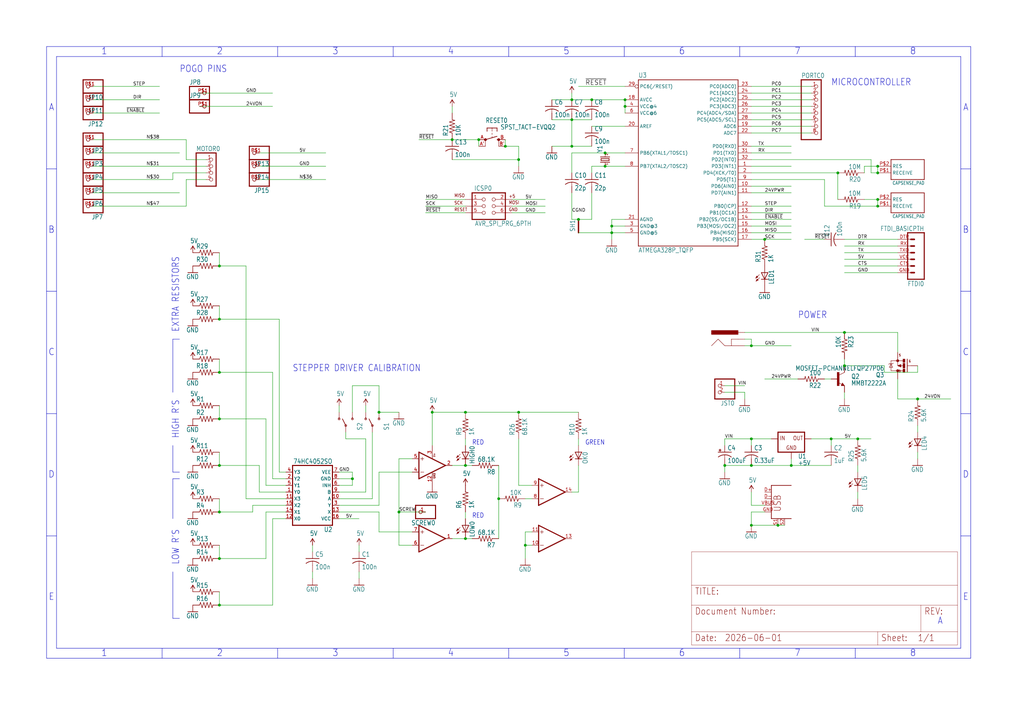
<source format=kicad_sch>
(kicad_sch (version 20230121) (generator eeschema)
  (paper "User" 391.16 271.932)
  (junction (at 83.82 121.92))
  (junction (at 335.28 76.2))
  (junction (at 233.68 88.9))
  (junction (at 335.28 63.5))
  (junction (at 152.4 195.58))
  (junction (at 200.66 208.28))
  (junction (at 322.58 127))
  (junction (at 238.76 38.1))
  (junction (at 292.1 91.44))
  (junction (at 218.44 55.88))
  (junction (at 83.82 177.8))
  (junction (at 276.86 177.8))
  (junction (at 83.82 160.02))
  (junction (at 177.8 157.48))
  (junction (at 335.28 66.04))
  (junction (at 165.1 157.48))
  (junction (at 350.52 152.4))
  (junction (at 231.14 58.42))
  (junction (at 226.06 38.1))
  (junction (at 327.66 167.64))
  (junction (at 83.82 142.24))
  (junction (at 287.02 167.64))
  (junction (at 320.04 66.04))
  (junction (at 287.02 132.08))
  (junction (at 287.02 177.8))
  (junction (at 198.12 157.48))
  (junction (at 238.76 40.64))
  (junction (at 144.78 157.48))
  (junction (at 233.68 86.36))
  (junction (at 218.44 45.72))
  (junction (at 83.82 195.58))
  (junction (at 297.18 200.66))
  (junction (at 177.8 205.74))
  (junction (at 198.12 60.96))
  (junction (at 190.5 190.5))
  (junction (at 83.82 231.14))
  (junction (at 83.82 101.6))
  (junction (at 193.04 55.88))
  (junction (at 335.28 78.74))
  (junction (at 182.88 53.34))
  (junction (at 322.58 139.7))
  (junction (at 134.62 182.88))
  (junction (at 317.5 167.64))
  (junction (at 220.98 83.82))
  (junction (at 177.8 177.8))
  (junction (at 287.02 200.66))
  (junction (at 172.72 53.34))
  (junction (at 218.44 38.1))
  (junction (at 231.14 63.5))
  (junction (at 83.82 213.36))
  (junction (at 302.26 177.8))
  (wire (pts (xy 195.58 78.74) (xy 208.28 78.74)) (stroke (width 0.1524)))
  (wire (pts (xy 83.82 96.52) (xy 83.82 101.6)) (stroke (width 0.1524)))
  (wire (pts (xy 83.82 231.14) (xy 104.14 231.14)) (stroke (width 0.1524)))
  (wire (pts (xy 203.2 203.2) (xy 200.66 203.2)) (stroke (width 0.1524)))
  (wire (pts (xy 287.02 45.72) (xy 309.88 45.72)) (stroke (width 0.1524)))
  (wire (pts (xy 220.98 83.82) (xy 226.06 83.82)) (stroke (width 0.1524)))
  (wire (pts (xy 238.76 88.9) (xy 233.68 88.9)) (stroke (width 0.1524)))
  (wire (pts (xy 276.86 147.32) (xy 284.48 147.32)) (stroke (width 0.1524)))
  (wire (pts (xy 218.44 35.56) (xy 218.44 38.1)) (stroke (width 0.1524)))
  (wire (pts (xy 119.38 208.28) (xy 119.38 210.82)) (stroke (width 0.1524)))
  (wire (pts (xy 287.02 83.82) (xy 302.26 83.82)) (stroke (width 0.1524)))
  (wire (pts (xy 35.56 63.5) (xy 78.74 63.5)) (stroke (width 0.1524)))
  (wire (pts (xy 129.54 157.48) (xy 129.54 154.94)) (stroke (width 0.1524)))
  (wire (pts (xy 287.02 177.8) (xy 276.86 177.8)) (stroke (width 0.1524)))
  (wire (pts (xy 139.7 157.48) (xy 139.7 154.94)) (stroke (width 0.1524)))
  (wire (pts (xy 226.06 45.72) (xy 218.44 45.72)) (stroke (width 0.1524)))
  (wire (pts (xy 287.02 78.74) (xy 302.26 78.74)) (stroke (width 0.1524)))
  (wire (pts (xy 238.76 38.1) (xy 226.06 38.1)) (stroke (width 0.1524)))
  (wire (pts (xy 287.02 132.08) (xy 302.26 132.08)) (stroke (width 0.1524)))
  (wire (pts (xy 172.72 53.34) (xy 160.02 53.34)) (stroke (width 0.1524)))
  (wire (pts (xy 287.02 58.42) (xy 302.26 58.42)) (stroke (width 0.1524)))
  (wire (pts (xy 83.82 208.28) (xy 83.82 213.36)) (stroke (width 0.1524)))
  (wire (pts (xy 238.76 86.36) (xy 233.68 86.36)) (stroke (width 0.1524)))
  (wire (pts (xy 71.12 68.58) (xy 78.74 68.58)) (stroke (width 0.1524)))
  (wire (pts (xy 203.2 208.28) (xy 200.66 208.28)) (stroke (width 0.1524)))
  (wire (pts (xy 177.8 205.74) (xy 180.34 205.74)) (stroke (width 0.1524)))
  (wire (pts (xy 287.02 63.5) (xy 302.26 63.5)) (stroke (width 0.1524)))
  (wire (pts (xy 342.9 104.14) (xy 322.58 104.14)) (stroke (width 0.1524)))
  (wire (pts (xy 287.02 66.04) (xy 320.04 66.04)) (stroke (width 0.1524)))
  (wire (pts (xy 342.9 101.6) (xy 322.58 101.6)) (stroke (width 0.1524)))
  (wire (pts (xy 342.9 152.4) (xy 350.52 152.4)) (stroke (width 0.1524)))
  (wire (pts (xy 276.86 177.8) (xy 276.86 180.34)) (stroke (width 0.1524)))
  (wire (pts (xy 287.02 86.36) (xy 302.26 86.36)) (stroke (width 0.1524)))
  (wire (pts (xy 226.06 38.1) (xy 218.44 38.1)) (stroke (width 0.1524)))
  (wire (pts (xy 342.9 93.98) (xy 322.58 93.98)) (stroke (width 0.1524)))
  (wire (pts (xy 101.6 160.02) (xy 101.6 185.42)) (stroke (width 0.1524)))
  (wire (pts (xy 198.12 167.64) (xy 198.12 185.42)) (stroke (width 0.1524)))
  (polyline (pts (xy 66.04 236.22) (xy 68.58 236.22)) (stroke (width 0.1524) (type solid)))
  (wire (pts (xy 76.2 35.56) (xy 104.14 35.56)) (stroke (width 0.1524)))
  (wire (pts (xy 71.12 53.34) (xy 35.56 53.34)) (stroke (width 0.1524)))
  (wire (pts (xy 119.38 220.98) (xy 119.38 218.44)) (stroke (width 0.1524)))
  (wire (pts (xy 287.02 38.1) (xy 309.88 38.1)) (stroke (width 0.1524)))
  (wire (pts (xy 144.78 157.48) (xy 152.4 157.48)) (stroke (width 0.1524)))
  (wire (pts (xy 144.78 195.58) (xy 144.78 203.2)) (stroke (width 0.1524)))
  (wire (pts (xy 287.02 167.64) (xy 294.64 167.64)) (stroke (width 0.1524)))
  (wire (pts (xy 193.04 55.88) (xy 198.12 55.88)) (stroke (width 0.1524)))
  (wire (pts (xy 66.04 68.58) (xy 35.56 68.58)) (stroke (width 0.1524)))
  (wire (pts (xy 104.14 198.12) (xy 109.22 198.12)) (stroke (width 0.1524)))
  (wire (pts (xy 218.44 83.82) (xy 220.98 83.82)) (stroke (width 0.1524)))
  (wire (pts (xy 302.26 175.26) (xy 302.26 177.8)) (stroke (width 0.1524)))
  (polyline (pts (xy 66.04 129.54) (xy 68.58 129.54)) (stroke (width 0.1524) (type solid)))
  (wire (pts (xy 190.5 177.8) (xy 190.5 190.5)) (stroke (width 0.1524)))
  (wire (pts (xy 200.66 203.2) (xy 200.66 208.28)) (stroke (width 0.1524)))
  (wire (pts (xy 335.28 78.74) (xy 314.96 78.74)) (stroke (width 0.1524)))
  (wire (pts (xy 193.04 53.34) (xy 193.04 55.88)) (stroke (width 0.1524)))
  (wire (pts (xy 320.04 76.2) (xy 320.04 66.04)) (stroke (width 0.1524)))
  (wire (pts (xy 330.2 76.2) (xy 335.28 76.2)) (stroke (width 0.1524)))
  (wire (pts (xy 144.78 157.48) (xy 144.78 147.32)) (stroke (width 0.1524)))
  (wire (pts (xy 198.12 157.48) (xy 220.98 157.48)) (stroke (width 0.1524)))
  (wire (pts (xy 332.74 66.04) (xy 335.28 66.04)) (stroke (width 0.1524)))
  (wire (pts (xy 287.02 81.28) (xy 302.26 81.28)) (stroke (width 0.1524)))
  (wire (pts (xy 93.98 190.5) (xy 93.98 101.6)) (stroke (width 0.1524)))
  (wire (pts (xy 335.28 76.2) (xy 335.28 78.74)) (stroke (width 0.1524)))
  (wire (pts (xy 287.02 193.04) (xy 287.02 187.96)) (stroke (width 0.1524)))
  (wire (pts (xy 233.68 88.9) (xy 233.68 91.44)) (stroke (width 0.1524)))
  (wire (pts (xy 35.56 33.02) (xy 60.96 33.02)) (stroke (width 0.1524)))
  (wire (pts (xy 99.06 63.5) (xy 124.46 63.5)) (stroke (width 0.1524)))
  (wire (pts (xy 139.7 167.64) (xy 132.08 167.64)) (stroke (width 0.1524)))
  (wire (pts (xy 238.76 48.26) (xy 226.06 48.26)) (stroke (width 0.1524)))
  (wire (pts (xy 101.6 195.58) (xy 109.22 195.58)) (stroke (width 0.1524)))
  (wire (pts (xy 198.12 60.96) (xy 198.12 63.5)) (stroke (width 0.1524)))
  (wire (pts (xy 101.6 213.36) (xy 101.6 195.58)) (stroke (width 0.1524)))
  (wire (pts (xy 190.5 190.5) (xy 190.5 205.74)) (stroke (width 0.1524)))
  (wire (pts (xy 350.52 142.24) (xy 350.52 139.7)) (stroke (width 0.1524)))
  (wire (pts (xy 177.8 81.28) (xy 162.56 81.28)) (stroke (width 0.1524)))
  (wire (pts (xy 287.02 88.9) (xy 302.26 88.9)) (stroke (width 0.1524)))
  (wire (pts (xy 297.18 200.66) (xy 287.02 200.66)) (stroke (width 0.1524)))
  (wire (pts (xy 342.9 91.44) (xy 322.58 91.44)) (stroke (width 0.1524)))
  (wire (pts (xy 238.76 40.64) (xy 238.76 38.1)) (stroke (width 0.1524)))
  (wire (pts (xy 83.82 177.8) (xy 99.06 177.8)) (stroke (width 0.1524)))
  (wire (pts (xy 137.16 208.28) (xy 137.16 210.82)) (stroke (width 0.1524)))
  (wire (pts (xy 152.4 175.26) (xy 157.48 175.26)) (stroke (width 0.1524)))
  (wire (pts (xy 165.1 157.48) (xy 165.1 170.18)) (stroke (width 0.1524)))
  (wire (pts (xy 144.78 203.2) (xy 157.48 203.2)) (stroke (width 0.1524)))
  (polyline (pts (xy 66.04 218.44) (xy 66.04 236.22)) (stroke (width 0.1524) (type solid)))
  (wire (pts (xy 287.02 48.26) (xy 309.88 48.26)) (stroke (width 0.1524)))
  (wire (pts (xy 106.68 121.92) (xy 106.68 180.34)) (stroke (width 0.1524)))
  (wire (pts (xy 177.8 198.12) (xy 177.8 195.58)) (stroke (width 0.1524)))
  (wire (pts (xy 226.06 73.66) (xy 226.06 83.82)) (stroke (width 0.1524)))
  (wire (pts (xy 83.82 172.72) (xy 83.82 177.8)) (stroke (width 0.1524)))
  (wire (pts (xy 322.58 137.16) (xy 322.58 139.7)) (stroke (width 0.1524)))
  (wire (pts (xy 144.78 147.32) (xy 134.62 147.32)) (stroke (width 0.1524)))
  (wire (pts (xy 218.44 73.66) (xy 218.44 83.82)) (stroke (width 0.1524)))
  (wire (pts (xy 96.52 193.04) (xy 109.22 193.04)) (stroke (width 0.1524)))
  (wire (pts (xy 76.2 40.64) (xy 104.14 40.64)) (stroke (width 0.1524)))
  (wire (pts (xy 83.82 101.6) (xy 93.98 101.6)) (stroke (width 0.1524)))
  (polyline (pts (xy 66.04 180.34) (xy 68.58 180.34)) (stroke (width 0.1524) (type solid)))
  (wire (pts (xy 144.78 193.04) (xy 144.78 180.34)) (stroke (width 0.1524)))
  (wire (pts (xy 83.82 154.94) (xy 83.82 160.02)) (stroke (width 0.1524)))
  (wire (pts (xy 342.9 134.62) (xy 342.9 127)) (stroke (width 0.1524)))
  (wire (pts (xy 337.82 139.7) (xy 337.82 142.24)) (stroke (width 0.1524)))
  (wire (pts (xy 330.2 63.5) (xy 335.28 63.5)) (stroke (width 0.1524)))
  (wire (pts (xy 83.82 160.02) (xy 101.6 160.02)) (stroke (width 0.1524)))
  (wire (pts (xy 134.62 180.34) (xy 129.54 180.34)) (stroke (width 0.1524)))
  (wire (pts (xy 142.24 165.1) (xy 142.24 190.5)) (stroke (width 0.1524)))
  (polyline (pts (xy 66.04 182.88) (xy 68.58 182.88)) (stroke (width 0.1524) (type solid)))
  (wire (pts (xy 83.82 116.84) (xy 83.82 121.92)) (stroke (width 0.1524)))
  (wire (pts (xy 350.52 152.4) (xy 363.22 152.4)) (stroke (width 0.1524)))
  (wire (pts (xy 83.82 213.36) (xy 101.6 213.36)) (stroke (width 0.1524)))
  (wire (pts (xy 35.56 73.66) (xy 68.58 73.66)) (stroke (width 0.1524)))
  (wire (pts (xy 287.02 170.18) (xy 287.02 167.64)) (stroke (width 0.1524)))
  (wire (pts (xy 314.96 91.44) (xy 307.34 91.44)) (stroke (width 0.1524)))
  (wire (pts (xy 152.4 195.58) (xy 152.4 175.26)) (stroke (width 0.1524)))
  (wire (pts (xy 198.12 185.42) (xy 203.2 185.42)) (stroke (width 0.1524)))
  (wire (pts (xy 287.02 73.66) (xy 302.26 73.66)) (stroke (width 0.1524)))
  (wire (pts (xy 335.28 63.5) (xy 335.28 66.04)) (stroke (width 0.1524)))
  (wire (pts (xy 287.02 91.44) (xy 292.1 91.44)) (stroke (width 0.1524)))
  (wire (pts (xy 71.12 68.58) (xy 71.12 78.74)) (stroke (width 0.1524)))
  (wire (pts (xy 177.8 76.2) (xy 162.56 76.2)) (stroke (width 0.1524)))
  (wire (pts (xy 152.4 195.58) (xy 162.56 195.58)) (stroke (width 0.1524)))
  (wire (pts (xy 327.66 167.64) (xy 332.74 167.64)) (stroke (width 0.1524)))
  (wire (pts (xy 287.02 195.58) (xy 287.02 200.66)) (stroke (width 0.1524)))
  (wire (pts (xy 292.1 193.04) (xy 287.02 193.04)) (stroke (width 0.1524)))
  (wire (pts (xy 83.82 137.16) (xy 83.82 142.24)) (stroke (width 0.1524)))
  (wire (pts (xy 177.8 170.18) (xy 177.8 167.64)) (stroke (width 0.1524)))
  (wire (pts (xy 172.72 40.64) (xy 172.72 43.18)) (stroke (width 0.1524)))
  (wire (pts (xy 287.02 43.18) (xy 309.88 43.18)) (stroke (width 0.1524)))
  (wire (pts (xy 134.62 182.88) (xy 134.62 180.34)) (stroke (width 0.1524)))
  (wire (pts (xy 287.02 40.64) (xy 309.88 40.64)) (stroke (width 0.1524)))
  (wire (pts (xy 287.02 50.8) (xy 309.88 50.8)) (stroke (width 0.1524)))
  (wire (pts (xy 284.48 149.86) (xy 284.48 152.4)) (stroke (width 0.1524)))
  (wire (pts (xy 302.26 177.8) (xy 287.02 177.8)) (stroke (width 0.1524)))
  (wire (pts (xy 182.88 53.34) (xy 182.88 55.88)) (stroke (width 0.1524)))
  (wire (pts (xy 172.72 53.34) (xy 182.88 53.34)) (stroke (width 0.1524)))
  (wire (pts (xy 71.12 60.96) (xy 71.12 53.34)) (stroke (width 0.1524)))
  (wire (pts (xy 203.2 190.5) (xy 200.66 190.5)) (stroke (width 0.1524)))
  (polyline (pts (xy 66.04 170.18) (xy 66.04 180.34)) (stroke (width 0.1524) (type solid)))
  (wire (pts (xy 327.66 190.5) (xy 327.66 187.96)) (stroke (width 0.1524)))
  (wire (pts (xy 231.14 63.5) (xy 238.76 63.5)) (stroke (width 0.1524)))
  (wire (pts (xy 317.5 177.8) (xy 302.26 177.8)) (stroke (width 0.1524)))
  (wire (pts (xy 317.5 167.64) (xy 327.66 167.64)) (stroke (width 0.1524)))
  (polyline (pts (xy 66.04 198.12) (xy 66.04 182.88)) (stroke (width 0.1524) (type solid)))
  (wire (pts (xy 195.58 81.28) (xy 208.28 81.28)) (stroke (width 0.1524)))
  (wire (pts (xy 231.14 58.42) (xy 238.76 58.42)) (stroke (width 0.1524)))
  (wire (pts (xy 327.66 180.34) (xy 327.66 177.8)) (stroke (width 0.1524)))
  (wire (pts (xy 276.86 149.86) (xy 284.48 149.86)) (stroke (width 0.1524)))
  (wire (pts (xy 134.62 185.42) (xy 134.62 182.88)) (stroke (width 0.1524)))
  (wire (pts (xy 287.02 55.88) (xy 302.26 55.88)) (stroke (width 0.1524)))
  (wire (pts (xy 287.02 35.56) (xy 309.88 35.56)) (stroke (width 0.1524)))
  (wire (pts (xy 109.22 190.5) (xy 93.98 190.5)) (stroke (width 0.1524)))
  (wire (pts (xy 309.88 167.64) (xy 317.5 167.64)) (stroke (width 0.1524)))
  (wire (pts (xy 104.14 182.88) (xy 109.22 182.88)) (stroke (width 0.1524)))
  (wire (pts (xy 220.98 177.8) (xy 220.98 187.96)) (stroke (width 0.1524)))
  (wire (pts (xy 226.06 66.04) (xy 226.06 63.5)) (stroke (width 0.1524)))
  (wire (pts (xy 71.12 78.74) (xy 35.56 78.74)) (stroke (width 0.1524)))
  (wire (pts (xy 129.54 187.96) (xy 139.7 187.96)) (stroke (width 0.1524)))
  (wire (pts (xy 226.06 55.88) (xy 218.44 55.88)) (stroke (width 0.1524)))
  (wire (pts (xy 314.96 68.58) (xy 287.02 68.58)) (stroke (width 0.1524)))
  (wire (pts (xy 233.68 83.82) (xy 233.68 86.36)) (stroke (width 0.1524)))
  (wire (pts (xy 172.72 205.74) (xy 177.8 205.74)) (stroke (width 0.1524)))
  (wire (pts (xy 96.52 195.58) (xy 96.52 193.04)) (stroke (width 0.1524)))
  (wire (pts (xy 330.2 66.04) (xy 330.2 63.5)) (stroke (width 0.1524)))
  (wire (pts (xy 218.44 55.88) (xy 210.82 55.88)) (stroke (width 0.1524)))
  (wire (pts (xy 342.9 99.06) (xy 322.58 99.06)) (stroke (width 0.1524)))
  (wire (pts (xy 78.74 66.04) (xy 66.04 66.04)) (stroke (width 0.1524)))
  (wire (pts (xy 104.14 142.24) (xy 104.14 182.88)) (stroke (width 0.1524)))
  (wire (pts (xy 195.58 76.2) (xy 208.28 76.2)) (stroke (width 0.1524)))
  (wire (pts (xy 238.76 83.82) (xy 233.68 83.82)) (stroke (width 0.1524)))
  (wire (pts (xy 342.9 96.52) (xy 322.58 96.52)) (stroke (width 0.1524)))
  (wire (pts (xy 35.56 43.18) (xy 60.96 43.18)) (stroke (width 0.1524)))
  (wire (pts (xy 177.8 177.8) (xy 180.34 177.8)) (stroke (width 0.1524)))
  (wire (pts (xy 287.02 71.12) (xy 302.26 71.12)) (stroke (width 0.1524)))
  (wire (pts (xy 137.16 220.98) (xy 137.16 218.44)) (stroke (width 0.1524)))
  (wire (pts (xy 314.96 144.78) (xy 317.5 144.78)) (stroke (width 0.1524)))
  (wire (pts (xy 218.44 58.42) (xy 231.14 58.42)) (stroke (width 0.1524)))
  (wire (pts (xy 129.54 185.42) (xy 134.62 185.42)) (stroke (width 0.1524)))
  (wire (pts (xy 220.98 187.96) (xy 218.44 187.96)) (stroke (width 0.1524)))
  (wire (pts (xy 66.04 66.04) (xy 66.04 68.58)) (stroke (width 0.1524)))
  (wire (pts (xy 332.74 60.96) (xy 332.74 66.04)) (stroke (width 0.1524)))
  (wire (pts (xy 134.62 147.32) (xy 134.62 157.48)) (stroke (width 0.1524)))
  (wire (pts (xy 99.06 187.96) (xy 109.22 187.96)) (stroke (width 0.1524)))
  (wire (pts (xy 104.14 231.14) (xy 104.14 198.12)) (stroke (width 0.1524)))
  (wire (pts (xy 304.8 144.78) (xy 292.1 144.78)) (stroke (width 0.1524)))
  (wire (pts (xy 157.48 208.28) (xy 152.4 208.28)) (stroke (width 0.1524)))
  (wire (pts (xy 287.02 129.54) (xy 287.02 132.08)) (stroke (width 0.1524)))
  (wire (pts (xy 129.54 182.88) (xy 134.62 182.88)) (stroke (width 0.1524)))
  (wire (pts (xy 139.7 187.96) (xy 139.7 167.64)) (stroke (width 0.1524)))
  (wire (pts (xy 177.8 78.74) (xy 162.56 78.74)) (stroke (width 0.1524)))
  (polyline (pts (xy 66.04 149.86) (xy 66.04 129.54)) (stroke (width 0.1524) (type solid)))
  (wire (pts (xy 172.72 177.8) (xy 177.8 177.8)) (stroke (width 0.1524)))
  (wire (pts (xy 322.58 139.7) (xy 337.82 139.7)) (stroke (width 0.1524)))
  (wire (pts (xy 226.06 63.5) (xy 231.14 63.5)) (stroke (width 0.1524)))
  (wire (pts (xy 99.06 58.42) (xy 124.46 58.42)) (stroke (width 0.1524)))
  (wire (pts (xy 342.9 144.78) (xy 342.9 152.4)) (stroke (width 0.1524)))
  (wire (pts (xy 152.4 208.28) (xy 152.4 195.58)) (stroke (width 0.1524)))
  (wire (pts (xy 292.1 91.44) (xy 302.26 91.44)) (stroke (width 0.1524)))
  (wire (pts (xy 220.98 88.9) (xy 233.68 88.9)) (stroke (width 0.1524)))
  (wire (pts (xy 144.78 180.34) (xy 157.48 180.34)) (stroke (width 0.1524)))
  (wire (pts (xy 299.72 200.66) (xy 297.18 200.66)) (stroke (width 0.1524)))
  (wire (pts (xy 284.48 132.08) (xy 287.02 132.08)) (stroke (width 0.1524)))
  (wire (pts (xy 322.58 127) (xy 284.48 127)) (stroke (width 0.1524)))
  (wire (pts (xy 129.54 195.58) (xy 144.78 195.58)) (stroke (width 0.1524)))
  (wire (pts (xy 99.06 177.8) (xy 99.06 187.96)) (stroke (width 0.1524)))
  (wire (pts (xy 129.54 193.04) (xy 144.78 193.04)) (stroke (width 0.1524)))
  (wire (pts (xy 218.44 45.72) (xy 210.82 45.72)) (stroke (width 0.1524)))
  (wire (pts (xy 287.02 60.96) (xy 332.74 60.96)) (stroke (width 0.1524)))
  (wire (pts (xy 337.82 142.24) (xy 350.52 142.24)) (stroke (width 0.1524)))
  (wire (pts (xy 101.6 185.42) (xy 109.22 185.42)) (stroke (width 0.1524)))
  (wire (pts (xy 83.82 142.24) (xy 104.14 142.24)) (stroke (width 0.1524)))
  (wire (pts (xy 317.5 167.64) (xy 317.5 170.18)) (stroke (width 0.1524)))
  (wire (pts (xy 287.02 33.02) (xy 309.88 33.02)) (stroke (width 0.1524)))
  (wire (pts (xy 172.72 60.96) (xy 198.12 60.96)) (stroke (width 0.1524)))
  (wire (pts (xy 83.82 121.92) (xy 106.68 121.92)) (stroke (width 0.1524)))
  (wire (pts (xy 292.1 195.58) (xy 287.02 195.58)) (stroke (width 0.1524)))
  (wire (pts (xy 350.52 165.1) (xy 350.52 162.56)) (stroke (width 0.1524)))
  (wire (pts (xy 218.44 45.72) (xy 218.44 55.88)) (stroke (width 0.1524)))
  (wire (pts (xy 284.48 129.54) (xy 287.02 129.54)) (stroke (width 0.1524)))
  (wire (pts (xy 350.52 175.26) (xy 350.52 172.72)) (stroke (width 0.1524)))
  (wire (pts (xy 314.96 78.74) (xy 314.96 68.58)) (stroke (width 0.1524)))
  (wire (pts (xy 99.06 68.58) (xy 124.46 68.58)) (stroke (width 0.1524)))
  (wire (pts (xy 218.44 66.04) (xy 218.44 58.42)) (stroke (width 0.1524)))
  (wire (pts (xy 35.56 38.1) (xy 60.96 38.1)) (stroke (width 0.1524)))
  (wire (pts (xy 220.98 167.64) (xy 220.98 170.18)) (stroke (width 0.1524)))
  (wire (pts (xy 238.76 43.18) (xy 238.76 40.64)) (stroke (width 0.1524)))
  (wire (pts (xy 200.66 208.28) (xy 200.66 213.36)) (stroke (width 0.1524)))
  (wire (pts (xy 83.82 226.06) (xy 83.82 231.14)) (stroke (width 0.1524)))
  (wire (pts (xy 71.12 60.96) (xy 78.74 60.96)) (stroke (width 0.1524)))
  (wire (pts (xy 35.56 58.42) (xy 68.58 58.42)) (stroke (width 0.1524)))
  (wire (pts (xy 106.68 180.34) (xy 109.22 180.34)) (stroke (width 0.1524)))
  (wire (pts (xy 83.82 190.5) (xy 83.82 195.58)) (stroke (width 0.1524)))
  (wire (pts (xy 198.12 55.88) (xy 198.12 60.96)) (stroke (width 0.1524)))
  (wire (pts (xy 165.1 157.48) (xy 177.8 157.48)) (stroke (width 0.1524)))
  (wire (pts (xy 177.8 157.48) (xy 198.12 157.48)) (stroke (width 0.1524)))
  (wire (pts (xy 276.86 167.64) (xy 287.02 167.64)) (stroke (width 0.1524)))
  (wire (pts (xy 137.16 198.12) (xy 129.54 198.12)) (stroke (width 0.1524)))
  (wire (pts (xy 233.68 86.36) (xy 233.68 88.9)) (stroke (width 0.1524)))
  (wire (pts (xy 238.76 33.02) (xy 220.98 33.02)) (stroke (width 0.1524)))
  (wire (pts (xy 218.44 38.1) (xy 210.82 38.1)) (stroke (width 0.1524)))
  (wire (pts (xy 276.86 170.18) (xy 276.86 167.64)) (stroke (width 0.1524)))
  (wire (pts (xy 342.9 127) (xy 322.58 127)) (stroke (width 0.1524)))
  (wire (pts (xy 132.08 167.64) (xy 132.08 165.1)) (stroke (width 0.1524)))
  (wire (pts (xy 322.58 152.4) (xy 322.58 149.86)) (stroke (width 0.1524)))
  (wire (pts (xy 142.24 190.5) (xy 129.54 190.5)) (stroke (width 0.1524)))
  (wire (pts (xy 83.82 195.58) (xy 96.52 195.58)) (stroke (width 0.1524)))
  (polyline (pts (xy 367.03 21.59) (xy 21.59 21.59)))
  (polyline (pts (xy 106.045 17.78) (xy 106.045 21.59)))
  (polyline (pts (xy 238.4425 247.65) (xy 238.4425 251.46)))
  (polyline (pts (xy 61.9125 17.78) (xy 61.9125 21.59)))
  (polyline (pts (xy 17.78 17.78) (xy 370.84 17.78) (xy 370.84 251.46) (xy 17.78 251.46) (xy 17.78 17.78)))
  (polyline (pts (xy 367.03 111.252) (xy 370.84 111.252)))
  (polyline (pts (xy 17.78 64.516) (xy 21.59 64.516)))
  (polyline (pts (xy 367.03 64.516) (xy 370.84 64.516)))
  (polyline (pts (xy 21.59 21.59) (xy 21.59 247.65)))
  (polyline (pts (xy 326.7075 17.78) (xy 326.7075 21.59)))
  (polyline (pts (xy 282.575 17.78) (xy 282.575 21.59)))
  (polyline (pts (xy 367.03 157.988) (xy 370.84 157.988)))
  (polyline (pts (xy 17.78 111.252) (xy 21.59 111.252)))
  (polyline (pts (xy 150.1775 247.65) (xy 150.1775 251.46)))
  (polyline (pts (xy 282.575 247.65) (xy 282.575 251.46)))
  (polyline (pts (xy 17.78 204.724) (xy 21.59 204.724)))
  (polyline (pts (xy 238.4425 17.78) (xy 238.4425 21.59)))
  (polyline (pts (xy 326.7075 247.65) (xy 326.7075 251.46)))
  (polyline (pts (xy 194.31 247.65) (xy 194.31 251.46)))
  (polyline (pts (xy 106.045 247.65) (xy 106.045 251.46)))
  (polyline (pts (xy 17.78 157.988) (xy 21.59 157.988)))
  (polyline (pts (xy 367.03 204.724) (xy 370.84 204.724)))
  (polyline (pts (xy 61.9125 247.65) (xy 61.9125 251.46)))
  (polyline (pts (xy 194.31 17.78) (xy 194.31 21.59)))
  (polyline (pts (xy 150.1775 17.78) (xy 150.1775 21.59)))
  (polyline (pts (xy 367.03 21.59) (xy 367.03 247.65)))
  (polyline (pts (xy 367.03 247.65) (xy 21.59 247.65)))
  (text "8" (at 348.7738 19.685 0) (effects (font (size 2.54 2.286))))
  (text "2" (at 83.9788 19.685 0) (effects (font (size 2.54 2.286))))
  (text "A" (at 358.14 238.76 0) (effects (font (size 2.54 2.159)) (justify left bottom)))
  (text "3" (at 128.1113 249.555 0) (effects (font (size 2.54 2.286))))
  (text "E" (at 368.935 228.092 0) (effects (font (size 2.54 2.286))))
  (text "POGO PINS" (at 68.58 27.94 0) (effects (font (size 2.54 2.159)) (justify left bottom)))
  (text "1" (at 39.8463 249.555 0) (effects (font (size 2.54 2.286))))
  (text "7" (at 304.6413 249.555 0) (effects (font (size 2.54 2.286))))
  (text "POWER" (at 304.8 121.92 0) (effects (font (size 2.54 2.159)) (justify left bottom)))
  (text "C" (at 368.935 134.62 0) (effects (font (size 2.54 2.286))))
  (text "B" (at 368.935 87.884 0) (effects (font (size 2.54 2.286))))
  (text "E" (at 19.685 228.092 0) (effects (font (size 2.54 2.286))))
  (text "5" (at 216.3763 19.685 0) (effects (font (size 2.54 2.286))))
  (text "4" (at 172.2438 249.555 0) (effects (font (size 2.54 2.286))))
  (text "RED" (at 180.34 170.18 0) (effects (font (size 1.778 1.5113)) (justify left bottom)))
  (text "6" (at 260.5088 19.685 0) (effects (font (size 2.54 2.286))))
  (text "C" (at 19.685 134.62 0) (effects (font (size 2.54 2.286))))
  (text "D" (at 19.685 181.356 0) (effects (font (size 2.54 2.286))))
  (text "A" (at 368.935 41.148 0) (effects (font (size 2.54 2.286))))
  (text "STEPPER DRIVER CALIBRATION" (at 111.76 142.24 0) (effects (font (size 2.54 2.159)) (justify left bottom)))
  (text "1" (at 39.8463 19.685 0) (effects (font (size 2.54 2.286))))
  (text "RED" (at 180.34 198.12 0) (effects (font (size 1.778 1.5113)) (justify left bottom)))
  (text "A" (at 19.685 41.148 0) (effects (font (size 2.54 2.286))))
  (text "D" (at 368.935 181.356 0) (effects (font (size 2.54 2.286))))
  (text "3" (at 128.1113 19.685 0) (effects (font (size 2.54 2.286))))
  (text "EXTRA RESISTORS" (at 68.58 127 90) (effects (font (size 2.54 2.159)) (justify left bottom)))
  (text "7" (at 304.6413 19.685 0) (effects (font (size 2.54 2.286))))
  (text "MICROCONTROLLER" (at 317.5 33.02 0) (effects (font (size 2.54 2.159)) (justify left bottom)))
  (text "2" (at 83.9788 249.555 0) (effects (font (size 2.54 2.286))))
  (text "8" (at 348.7738 249.555 0) (effects (font (size 2.54 2.286))))
  (text "6" (at 260.5088 249.555 0) (effects (font (size 2.54 2.286))))
  (text "5" (at 216.3763 249.555 0) (effects (font (size 2.54 2.286))))
  (text "LOW R'S" (at 68.58 215.9 90) (effects (font (size 2.54 2.159)) (justify left bottom)))
  (text "HIGH R'S" (at 68.58 167.64 90) (effects (font (size 2.54 2.159)) (justify left bottom)))
  (text "B" (at 19.685 87.884 0) (effects (font (size 2.54 2.286))))
  (text "GREEN" (at 223.52 170.18 0) (effects (font (size 1.778 1.5113)) (justify left bottom)))
  (text "4" (at 172.2438 19.685 0) (effects (font (size 2.54 2.286))))
  (label "N$31" (at 55.88 63.5 0) (effects (font (size 1.2446 1.2446))))
  (label "~{RESET}" (at 160.02 53.34 0) (effects (font (size 1.2446 1.2446))))
  (label "MOSI" (at 200.66 78.74 0) (effects (font (size 1.2446 1.2446))))
  (label "PC7" (at 294.64 50.8 0) (effects (font (size 1.2446 1.2446))))
  (label "~{RESET}" (at 162.56 81.28 0) (effects (font (size 1.2446 1.2446))))
  (label "PC1" (at 294.64 35.56 0) (effects (font (size 1.2446 1.2446))))
  (label "N$47" (at 55.88 78.74 0) (effects (font (size 1.2446 1.2446))))
  (label "~{ENABLE}" (at 292.1 83.82 0) (effects (font (size 1.2446 1.2446))))
  (label "MOSI" (at 292.1 86.36 0) (effects (font (size 1.2446 1.2446))))
  (label "24VPWR" (at 294.64 144.78 0) (effects (font (size 1.2446 1.2446))))
  (label "PC2" (at 294.64 38.1 0) (effects (font (size 1.2446 1.2446))))
  (label "GND" (at 114.3 63.5 0) (effects (font (size 1.2446 1.2446))))
  (label "N$36" (at 114.3 68.58 0) (effects (font (size 1.2446 1.2446))))
  (label "24VPWR" (at 292.1 73.66 0) (effects (font (size 1.2446 1.2446))))
  (label "N$38" (at 55.88 53.34 0) (effects (font (size 1.2446 1.2446))))
  (label "STEP" (at 292.1 78.74 0) (effects (font (size 1.2446 1.2446))))
  (label "DIR" (at 292.1 81.28 0) (effects (font (size 1.2446 1.2446))))
  (label "5V" (at 114.3 58.42 0) (effects (font (size 1.2446 1.2446))))
  (label "GND" (at 93.98 35.56 0) (effects (font (size 1.2446 1.2446))))
  (label "RX" (at 327.66 93.98 0) (effects (font (size 1.2446 1.2446))))
  (label "STEP" (at 50.8 33.02 0) (effects (font (size 1.2446 1.2446))))
  (label "~{RESET}" (at 311.15 91.44 0) (effects (font (size 1.2446 1.2446))))
  (label "SCK" (at 162.56 78.74 0) (effects (font (size 1.2446 1.2446))))
  (label "~{ENABLE}" (at 48.26 43.18 0) (effects (font (size 1.2446 1.2446))))
  (label "SCREW" (at 152.4 195.58 0) (effects (font (size 1.2446 1.2446))))
  (label "MISO" (at 292.1 88.9 0) (effects (font (size 1.2446 1.2446))))
  (label "PC3" (at 294.64 40.64 0) (effects (font (size 1.2446 1.2446))))
  (label "PC5" (at 294.64 45.72 0) (effects (font (size 1.2446 1.2446))))
  (label "PC4" (at 294.64 43.18 0) (effects (font (size 1.2446 1.2446))))
  (label "24VON" (at 353.06 152.4 0) (effects (font (size 1.2446 1.2446))))
  (label "5V" (at 132.08 198.12 0) (effects (font (size 1.2446 1.2446))))
  (label "24VON" (at 93.98 40.64 0) (effects (font (size 1.2446 1.2446))))
  (label "TX" (at 327.66 96.52 0) (effects (font (size 1.2446 1.2446))))
  (label "5V" (at 327.66 99.06 0) (effects (font (size 1.2446 1.2446))))
  (label "GND" (at 327.66 104.14 0) (effects (font (size 1.2446 1.2446))))
  (label "CGND" (at 218.44 81.28 0) (effects (font (size 1.2446 1.2446))))
  (label "5V" (at 200.66 76.2 0) (effects (font (size 1.2446 1.2446))))
  (label "CTS" (at 327.66 101.6 0) (effects (font (size 1.2446 1.2446))))
  (label "~{RESET}" (at 223.52 33.02 0) (effects (font (size 1.778 1.778))))
  (label "GND" (at 200.66 81.28 0) (effects (font (size 1.2446 1.2446))))
  (label "VIN" (at 309.88 127 0) (effects (font (size 1.2446 1.2446))))
  (label "N$30" (at 55.88 68.58 0) (effects (font (size 1.2446 1.2446))))
  (label "VIN" (at 276.86 167.64 0) (effects (font (size 1.2446 1.2446))))
  (label "DTR" (at 327.66 91.44 0) (effects (font (size 1.2446 1.2446))))
  (label "PC6" (at 294.64 48.26 0) (effects (font (size 1.2446 1.2446))))
  (label "MISO" (at 162.56 76.2 0) (effects (font (size 1.2446 1.2446))))
  (label "DIR" (at 50.8 38.1 0) (effects (font (size 1.2446 1.2446))))
  (label "RX" (at 289.56 58.42 0) (effects (font (size 1.2446 1.2446))))
  (label "5V" (at 322.58 167.64 0) (effects (font (size 1.2446 1.2446))))
  (label "TX" (at 289.56 55.88 0) (effects (font (size 1.2446 1.2446))))
  (label "PC0" (at 294.64 33.02 0) (effects (font (size 1.2446 1.2446))))
  (label "GND" (at 129.54 180.34 0) (effects (font (size 1.2446 1.2446))))
  (label "SCK" (at 292.1 91.44 0) (effects (font (size 1.2446 1.2446))))
  (label "VIN" (at 281.94 147.32 0) (effects (font (size 1.2446 1.2446))))
  (label "GND" (at 292.1 132.08 0) (effects (font (size 1.2446 1.2446))))
  (symbol (lib_id "working-eagle-import:LM339D") (at 210.82 187.96 0) (unit 4)
    (property "Reference" "IC2" (effects hide))
    (property "Value" "LM339D" (effects hide))
    (property "Footprint" "working:SO14" (effects hide))
  )
  (symbol (lib_id "working-eagle-import:FTDI_BASICPTH") (at 347.98 96.52 180) (unit 1)
    (property "Reference" "FTDI0" (at 353.06 107.442 0) (effects (font (size 1.778 1.5113)) (justify left bottom)))
    (property "Value" "FTDI_BASICPTH" (at 353.06 86.36 0) (effects (font (size 1.778 1.5113)) (justify left bottom)))
    (property "Footprint" "working:FTDI_BASIC" (effects hide))
  )
  (symbol (lib_id "working-eagle-import:PINHD-1X8") (at 312.42 43.18 0) (unit 1)
    (property "Reference" "PORTC0" (at 306.07 29.845 0) (effects (font (size 1.778 1.5113)) (justify left bottom)))
    (property "Value" "PINHD-1X8" (effects hide))
    (property "Footprint" "working:1X08" (effects hide))
  )
  (symbol (lib_id "working-eagle-import:R-US_M0805") (at 78.74 121.92 0) (unit 1)
    (property "Reference" "R28" (at 74.93 120.4214 0) (effects (font (size 1.778 1.5113)) (justify left bottom)))
    (property "Value" "R-US_M0805" (effects hide))
    (property "Footprint" "working:M0805" (effects hide))
  )
  (symbol (lib_id "working-eagle-import:MarcEagleParts_PINHD-1X1") (at 78.74 35.56 0) (unit 1)
    (property "Reference" "JP8" (at 72.39 32.385 0) (effects (font (size 1.778 1.5113)) (justify left bottom)))
    (property "Value" "PINHD-1X1" (effects hide))
    (property "Footprint" "working:POGOPIN" (effects hide))
  )
  (symbol (lib_id "working-eagle-import:SHORTT5") (at 220.98 86.36 90) (unit 1)
    (property "Reference" "SH1" (at 219.71 88.5825 0) (effects (font (size 1.778 1.5113)) (justify left bottom)))
    (property "Value" "SHORTT5" (effects hide))
    (property "Footprint" "working:SHORT_TOP-50" (effects hide))
  )
  (symbol (lib_id "working-eagle-import:SPST_TACT-EVQQ2") (at 187.96 53.34 270) (unit 1)
    (property "Reference" "RESET0" (at 185.42 46.99 90) (effects (font (size 1.778 1.5113)) (justify left bottom)))
    (property "Value" "SPST_TACT-EVQQ2" (at 191.135 49.53 90) (effects (font (size 1.778 1.5113)) (justify left bottom)))
    (property "Footprint" "working:EVQ-Q2" (effects hide))
  )
  (symbol (lib_id "working-eagle-import:5V") (at 137.16 208.28 0) (unit 1)
    (property "Reference" "#SUPPLY8" (effects hide))
    (property "Value" "5V" (at 136.144 204.724 0) (effects (font (size 1.778 1.5113)) (justify left bottom)))
  )
  (symbol (lib_id "working-eagle-import:LEDCHIP-LED0805") (at 292.1 104.14 0) (unit 1)
    (property "Reference" "LED1" (at 295.656 108.712 90) (effects (font (size 1.778 1.5113)) (justify left bottom)))
    (property "Value" "LEDCHIP-LED0805" (effects hide))
    (property "Footprint" "working:CHIP-LED0805" (effects hide))
  )
  (symbol (lib_id "working-eagle-import:LM339D") (at 165.1 177.8 0) (unit 2)
    (property "Reference" "IC2" (effects hide))
    (property "Value" "LM339D" (effects hide))
    (property "Footprint" "working:SO14" (effects hide))
  )
  (symbol (lib_id "working-eagle-import:GND") (at 210.82 58.42 0) (unit 1)
    (property "Reference" "#GND15" (effects hide))
    (property "Value" "GND" (at 208.28 60.96 0) (effects (font (size 1.778 1.5113)) (justify left bottom)))
  )
  (symbol (lib_id "working-eagle-import:C-USC0805") (at 226.06 40.64 0) (unit 1)
    (property "Reference" "C8" (at 227.076 40.005 0) (effects (font (size 1.778 1.5113)) (justify left bottom)))
    (property "Value" "100n" (at 227.076 44.831 0) (effects (font (size 1.778 1.5113)) (justify left bottom)))
    (property "Footprint" "working:C0805" (effects hide))
  )
  (symbol (lib_id "working-eagle-import:R-US_M0805") (at 177.8 162.56 90) (unit 1)
    (property "Reference" "R5" (at 176.3014 166.37 0) (effects (font (size 1.778 1.5113)) (justify left bottom)))
    (property "Value" "1K" (at 181.102 166.37 0) (effects (font (size 1.778 1.5113)) (justify left bottom)))
    (property "Footprint" "working:M0805" (effects hide))
  )
  (symbol (lib_id "working-eagle-import:C-USC0805") (at 317.5 91.44 90) (unit 1)
    (property "Reference" "C12" (at 316.865 90.424 0) (effects (font (size 1.778 1.5113)) (justify left bottom)))
    (property "Value" "100n" (at 321.691 90.424 0) (effects (font (size 1.778 1.5113)) (justify left bottom)))
    (property "Footprint" "working:C0805" (effects hide))
  )
  (symbol (lib_id "working-eagle-import:GND") (at 73.66 162.56 0) (unit 1)
    (property "Reference" "#GND2" (effects hide))
    (property "Value" "GND" (at 71.12 165.1 0) (effects (font (size 1.778 1.5113)) (justify left bottom)))
  )
  (symbol (lib_id "working-eagle-import:5V") (at 73.66 226.06 0) (unit 1)
    (property "Reference" "#SUPPLY12" (effects hide))
    (property "Value" "5V" (at 72.644 222.504 0) (effects (font (size 1.778 1.5113)) (justify left bottom)))
  )
  (symbol (lib_id "working-eagle-import:MarcEagleParts_PINHD-1X1") (at 33.02 73.66 180) (unit 1)
    (property "Reference" "JP6" (at 39.37 76.835 0) (effects (font (size 1.778 1.5113)) (justify left bottom)))
    (property "Value" "PINHD-1X1" (effects hide))
    (property "Footprint" "working:POGOPIN" (effects hide))
  )
  (symbol (lib_id "working-eagle-import:V_REG_78XX7812") (at 302.26 167.64 0) (unit 1)
    (property "Reference" "U1" (at 304.8 175.26 0) (effects (font (size 1.778 1.5113)) (justify left bottom)))
    (property "Value" "+5V" (at 304.8 177.8 0) (effects (font (size 1.778 1.5113)) (justify left bottom)))
    (property "Footprint" "working:TO-252" (effects hide))
  )
  (symbol (lib_id "working-eagle-import:5V") (at 73.66 137.16 0) (unit 1)
    (property "Reference" "#SUPPLY13" (effects hide))
    (property "Value" "5V" (at 72.644 133.604 0) (effects (font (size 1.778 1.5113)) (justify left bottom)))
  )
  (symbol (lib_id "working-eagle-import:R-US_M0805") (at 78.74 137.16 0) (unit 1)
    (property "Reference" "R17" (at 74.93 135.6614 0) (effects (font (size 1.778 1.5113)) (justify left bottom)))
    (property "Value" "R-US_M0805" (effects hide))
    (property "Footprint" "working:M0805" (effects hide))
  )
  (symbol (lib_id "working-eagle-import:C-USC0805") (at 210.82 40.64 0) (unit 1)
    (property "Reference" "C6" (at 211.836 40.005 0) (effects (font (size 1.778 1.5113)) (justify left bottom)))
    (property "Value" "100n" (at 211.836 44.831 0) (effects (font (size 1.778 1.5113)) (justify left bottom)))
    (property "Footprint" "working:C0805" (effects hide))
  )
  (symbol (lib_id "working-eagle-import:C-USC0805") (at 317.5 172.72 0) (unit 1)
    (property "Reference" "C2" (at 318.516 172.085 0) (effects (font (size 1.778 1.5113)) (justify left bottom)))
    (property "Value" "1uF" (at 318.516 176.911 0) (effects (font (size 1.778 1.5113)) (justify left bottom)))
    (property "Footprint" "working:C0805" (effects hide))
  )
  (symbol (lib_id "working-eagle-import:JST_2PIN-SMT-RA") (at 274.32 147.32 180) (unit 1)
    (property "Reference" "JST0" (at 280.67 153.035 0) (effects (font (size 1.778 1.5113)) (justify left bottom)))
    (property "Value" "JST_2PIN-SMT-RA" (effects hide))
    (property "Footprint" "working:JST-PH-2-SMT-RA" (effects hide))
  )
  (symbol (lib_id "working-eagle-import:5V") (at 73.66 116.84 0) (unit 1)
    (property "Reference" "#SUPPLY5" (effects hide))
    (property "Value" "5V" (at 72.644 113.284 0) (effects (font (size 1.778 1.5113)) (justify left bottom)))
  )
  (symbol (lib_id "working-eagle-import:R-US_M0805") (at 78.74 208.28 0) (unit 1)
    (property "Reference" "R13" (at 74.93 206.7814 0) (effects (font (size 1.778 1.5113)) (justify left bottom)))
    (property "Value" "R-US_M0805" (effects hide))
    (property "Footprint" "working:M0805" (effects hide))
  )
  (symbol (lib_id "working-eagle-import:R-US_M0805") (at 78.74 96.52 0) (unit 1)
    (property "Reference" "R29" (at 74.93 95.0214 0) (effects (font (size 1.778 1.5113)) (justify left bottom)))
    (property "Value" "R-US_M0805" (effects hide))
    (property "Footprint" "working:M0805" (effects hide))
  )
  (symbol (lib_id "working-eagle-import:LEDCHIPLED_1206") (at 220.98 172.72 0) (unit 1)
    (property "Reference" "OK0" (at 224.536 177.292 90) (effects (font (size 1.778 1.5113)) (justify left bottom)))
    (property "Value" "LEDCHIPLED_1206" (effects hide))
    (property "Footprint" "working:CHIPLED_1206" (effects hide))
  )
  (symbol (lib_id "working-eagle-import:GND") (at 284.48 154.94 0) (unit 1)
    (property "Reference" "#GND7" (effects hide))
    (property "Value" "GND" (at 281.94 157.48 0) (effects (font (size 1.778 1.5113)) (justify left bottom)))
  )
  (symbol (lib_id "working-eagle-import:R-US_M0805") (at 78.74 231.14 0) (unit 1)
    (property "Reference" "R16" (at 74.93 229.6414 0) (effects (font (size 1.778 1.5113)) (justify left bottom)))
    (property "Value" "R-US_M0805" (effects hide))
    (property "Footprint" "working:M0805" (effects hide))
  )
  (symbol (lib_id "working-eagle-import:5V") (at 287.02 187.96 0) (unit 1)
    (property "Reference" "#SUPPLY19" (effects hide))
    (property "Value" "5V" (at 286.004 184.404 0) (effects (font (size 1.778 1.5113)) (justify left bottom)))
  )
  (symbol (lib_id "working-eagle-import:R-US_M0805") (at 185.42 177.8 180) (unit 1)
    (property "Reference" "R8" (at 189.23 179.2986 0) (effects (font (size 1.778 1.5113)) (justify left bottom)))
    (property "Value" "68.1K" (at 189.23 174.498 0) (effects (font (size 1.778 1.5113)) (justify left bottom)))
    (property "Footprint" "working:M0805" (effects hide))
  )
  (symbol (lib_id "working-eagle-import:GND") (at 73.66 215.9 0) (unit 1)
    (property "Reference" "#GND9" (effects hide))
    (property "Value" "GND" (at 71.12 218.44 0) (effects (font (size 1.778 1.5113)) (justify left bottom)))
  )
  (symbol (lib_id "working-eagle-import:C-USC0805") (at 226.06 68.58 0) (unit 1)
    (property "Reference" "C11" (at 227.076 67.945 0) (effects (font (size 1.778 1.5113)) (justify left bottom)))
    (property "Value" "22p" (at 227.076 72.771 0) (effects (font (size 1.778 1.5113)) (justify left bottom)))
    (property "Footprint" "working:C0805" (effects hide))
  )
  (symbol (lib_id "working-eagle-import:LEDCHIPLED_0805") (at 327.66 182.88 0) (unit 1)
    (property "Reference" "LED5" (at 331.216 187.452 90) (effects (font (size 1.778 1.5113)) (justify left bottom)))
    (property "Value" "LEDCHIPLED_0805" (effects hide))
    (property "Footprint" "working:CHIPLED_0805" (effects hide))
  )
  (symbol (lib_id "working-eagle-import:5V") (at 73.66 190.5 0) (unit 1)
    (property "Reference" "#SUPPLY4" (effects hide))
    (property "Value" "5V" (at 72.644 186.944 0) (effects (font (size 1.778 1.5113)) (justify left bottom)))
  )
  (symbol (lib_id "working-eagle-import:SWITCH-SPDTKIT") (at 132.08 162.56 90) (unit 1)
    (property "Reference" "S2" (at 138.43 164.465 0) (effects (font (size 1.778 1.5113)) (justify left bottom)))
    (property "Value" "SWITCH-SPDTKIT" (effects hide))
    (property "Footprint" "working:SWITCH-SPDT_KIT" (effects hide))
  )
  (symbol (lib_id "working-eagle-import:MarcEagleParts_PINHD-1X1") (at 33.02 43.18 180) (unit 1)
    (property "Reference" "JP12" (at 39.37 46.355 0) (effects (font (size 1.778 1.5113)) (justify left bottom)))
    (property "Value" "PINHD-1X1" (effects hide))
    (property "Footprint" "working:POGOPIN" (effects hide))
  )
  (symbol (lib_id "working-eagle-import:PINHD-1X4") (at 81.28 66.04 0) (unit 1)
    (property "Reference" "MOTOR0" (at 74.93 57.785 0) (effects (font (size 1.778 1.5113)) (justify left bottom)))
    (property "Value" "PINHD-1X4" (effects hide))
    (property "Footprint" "working:1X04" (effects hide))
  )
  (symbol (lib_id "working-eagle-import:R-US_M0805") (at 177.8 190.5 90) (unit 1)
    (property "Reference" "R6" (at 176.3014 194.31 0) (effects (font (size 1.778 1.5113)) (justify left bottom)))
    (property "Value" "1K" (at 181.102 194.31 0) (effects (font (size 1.778 1.5113)) (justify left bottom)))
    (property "Footprint" "working:M0805" (effects hide))
  )
  (symbol (lib_id "working-eagle-import:USB+SHIELD") (at 294.64 195.58 0) (unit 1)
    (property "Reference" "U$3" (effects hide))
    (property "Value" "USB+SHIELD" (effects hide))
    (property "Footprint" "working:USB-B-PTH" (effects hide))
  )
  (symbol (lib_id "working-eagle-import:MarcEagleParts_PINHD-1X1") (at 96.52 63.5 180) (unit 1)
    (property "Reference" "JP14" (at 102.87 66.675 0) (effects (font (size 1.778 1.5113)) (justify left bottom)))
    (property "Value" "PINHD-1X1" (effects hide))
    (property "Footprint" "working:POGOPIN" (effects hide))
  )
  (symbol (lib_id "working-eagle-import:R-US_M0805") (at 325.12 76.2 180) (unit 1)
    (property "Reference" "R19" (at 328.93 77.6986 0) (effects (font (size 1.778 1.5113)) (justify left bottom)))
    (property "Value" "10M" (at 328.93 72.898 0) (effects (font (size 1.778 1.5113)) (justify left bottom)))
    (property "Footprint" "working:M0805" (effects hide))
  )
  (symbol (lib_id "working-eagle-import:GND") (at 73.66 180.34 0) (unit 1)
    (property "Reference" "#GND8" (effects hide))
    (property "Value" "GND" (at 71.12 182.88 0) (effects (font (size 1.778 1.5113)) (justify left bottom)))
  )
  (symbol (lib_id "working-eagle-import:R-US_M0805") (at 78.74 116.84 0) (unit 1)
    (property "Reference" "R27" (at 74.93 115.3414 0) (effects (font (size 1.778 1.5113)) (justify left bottom)))
    (property "Value" "R-US_M0805" (effects hide))
    (property "Footprint" "working:M0805" (effects hide))
  )
  (symbol (lib_id "working-eagle-import:MarcEagleParts_PINHD-1X1") (at 96.52 58.42 180) (unit 1)
    (property "Reference" "JP13" (at 102.87 61.595 0) (effects (font (size 1.778 1.5113)) (justify left bottom)))
    (property "Value" "PINHD-1X1" (effects hide))
    (property "Footprint" "working:POGOPIN" (effects hide))
  )
  (symbol (lib_id "working-eagle-import:MarcEagleParts_PINHD-1X1") (at 33.02 78.74 180) (unit 1)
    (property "Reference" "JP7" (at 39.37 81.915 0) (effects (font (size 1.778 1.5113)) (justify left bottom)))
    (property "Value" "PINHD-1X1" (effects hide))
    (property "Footprint" "working:POGOPIN" (effects hide))
  )
  (symbol (lib_id "working-eagle-import:GND") (at 73.66 104.14 0) (unit 1)
    (property "Reference" "#GND22" (effects hide))
    (property "Value" "GND" (at 71.12 106.68 0) (effects (font (size 1.778 1.5113)) (justify left bottom)))
  )
  (symbol (lib_id "working-eagle-import:5V") (at 139.7 154.94 0) (unit 1)
    (property "Reference" "#SUPPLY16" (effects hide))
    (property "Value" "5V" (at 138.684 151.384 0) (effects (font (size 1.778 1.5113)) (justify left bottom)))
  )
  (symbol (lib_id "working-eagle-import:MOSFET-PCHANNELFQP27P06") (at 342.9 139.7 180) (unit 1)
    (property "Reference" "Q3" (at 337.82 142.24 0) (effects (font (size 1.778 1.5113)) (justify left bottom)))
    (property "Value" "MOSFET-PCHANNELFQP27P06" (at 337.82 139.7 0) (effects (font (size 1.778 1.5113)) (justify left bottom)))
    (property "Footprint" "working:TO220V" (effects hide))
  )
  (symbol (lib_id "working-eagle-import:PINHD-1X1") (at 160.02 195.58 180) (unit 1)
    (property "Reference" "SCREW0" (at 166.37 198.755 0) (effects (font (size 1.778 1.5113)) (justify left bottom)))
    (property "Value" "PINHD-1X1" (effects hide))
    (property "Footprint" "working:1X01" (effects hide))
  )
  (symbol (lib_id "working-eagle-import:GND") (at 137.16 223.52 0) (unit 1)
    (property "Reference" "#GND5" (effects hide))
    (property "Value" "GND" (at 134.62 226.06 0) (effects (font (size 1.778 1.5113)) (justify left bottom)))
  )
  (symbol (lib_id "working-eagle-import:CAPSENSE_PAD") (at 345.44 63.5 0) (unit 1)
    (property "Reference" "U$1" (effects hide))
    (property "Value" "CAPSENSE_PAD" (at 340.868 70.612 0) (effects (font (size 1.27 1.0795)) (justify left bottom)))
    (property "Footprint" "working:CAPSENSE_PAD" (effects hide))
  )
  (symbol (lib_id "working-eagle-import:CAPSENSE_PAD") (at 345.44 76.2 0) (unit 1)
    (property "Reference" "U$2" (effects hide))
    (property "Value" "CAPSENSE_PAD" (at 340.868 83.312 0) (effects (font (size 1.27 1.0795)) (justify left bottom)))
    (property "Footprint" "working:CAPSENSE_PAD" (effects hide))
  )
  (symbol (lib_id "working-eagle-import:MarcEagleParts_PINHD-1X1") (at 33.02 58.42 180) (unit 1)
    (property "Reference" "JP3" (at 39.37 61.595 0) (effects (font (size 1.778 1.5113)) (justify left bottom)))
    (property "Value" "PINHD-1X1" (effects hide))
    (property "Footprint" "working:POGOPIN" (effects hide))
  )
  (symbol (lib_id "working-eagle-import:5V") (at 129.54 154.94 0) (unit 1)
    (property "Reference" "#SUPPLY14" (effects hide))
    (property "Value" "5V" (at 128.524 151.384 0) (effects (font (size 1.778 1.5113)) (justify left bottom)))
  )
  (symbol (lib_id "working-eagle-import:MarcEagleParts_PINHD-1X1") (at 33.02 63.5 180) (unit 1)
    (property "Reference" "JP4" (at 39.37 66.675 0) (effects (font (size 1.778 1.5113)) (justify left bottom)))
    (property "Value" "PINHD-1X1" (effects hide))
    (property "Footprint" "working:POGOPIN" (effects hide))
  )
  (symbol (lib_id "working-eagle-import:5V") (at 177.8 185.42 0) (unit 1)
    (property "Reference" "#SUPPLY6" (effects hide))
    (property "Value" "5V" (at 176.784 181.864 0) (effects (font (size 1.778 1.5113)) (justify left bottom)))
  )
  (symbol (lib_id "working-eagle-import:R-US_M0805") (at 78.74 213.36 0) (unit 1)
    (property "Reference" "R14" (at 74.93 211.8614 0) (effects (font (size 1.778 1.5113)) (justify left bottom)))
    (property "Value" "R-US_M0805" (effects hide))
    (property "Footprint" "working:M0805" (effects hide))
  )
  (symbol (lib_id "working-eagle-import:GND") (at 119.38 223.52 0) (unit 1)
    (property "Reference" "#GND13" (effects hide))
    (property "Value" "GND" (at 116.84 226.06 0) (effects (font (size 1.778 1.5113)) (justify left bottom)))
  )
  (symbol (lib_id "working-eagle-import:R-US_M0805") (at 220.98 162.56 90) (unit 1)
    (property "Reference" "R10" (at 219.4814 166.37 0) (effects (font (size 1.778 1.5113)) (justify left bottom)))
    (property "Value" "1K" (at 224.282 166.37 0) (effects (font (size 1.778 1.5113)) (justify left bottom)))
    (property "Footprint" "working:M0805" (effects hide))
  )
  (symbol (lib_id "working-eagle-import:5V") (at 73.66 154.94 0) (unit 1)
    (property "Reference" "#SUPPLY3" (effects hide))
    (property "Value" "5V" (at 72.644 151.384 0) (effects (font (size 1.778 1.5113)) (justify left bottom)))
  )
  (symbol (lib_id "working-eagle-import:R-US_M0805") (at 325.12 66.04 180) (unit 1)
    (property "Reference" "R20" (at 328.93 67.5386 0) (effects (font (size 1.778 1.5113)) (justify left bottom)))
    (property "Value" "10M" (at 328.93 62.738 0) (effects (font (size 1.778 1.5113)) (justify left bottom)))
    (property "Footprint" "working:M0805" (effects hide))
  )
  (symbol (lib_id "working-eagle-import:C-USC0805") (at 172.72 55.88 0) (unit 1)
    (property "Reference" "C13" (at 173.736 55.245 0) (effects (font (size 1.778 1.5113)) (justify left bottom)))
    (property "Value" "100n" (at 173.736 60.071 0) (effects (font (size 1.778 1.5113)) (justify left bottom)))
    (property "Footprint" "working:C0805" (effects hide))
  )
  (symbol (lib_id "working-eagle-import:CRYSTALHC49US") (at 231.14 60.96 90) (unit 1)
    (property "Reference" "Y1" (at 230.124 58.42 0) (effects (font (size 1.778 1.5113)) (justify left bottom)))
    (property "Value" "CRYSTALHC49US" (effects hide))
    (property "Footprint" "working:HC49US" (effects hide))
  )
  (symbol (lib_id "working-eagle-import:LEDCHIPLED_1206") (at 177.8 200.66 0) (unit 1)
    (property "Reference" "LOW0" (at 181.356 205.232 90) (effects (font (size 1.778 1.5113)) (justify left bottom)))
    (property "Value" "LEDCHIPLED_1206" (effects hide))
    (property "Footprint" "working:CHIPLED_1206" (effects hide))
  )
  (symbol (lib_id "working-eagle-import:R-US_M0805") (at 322.58 132.08 270) (unit 1)
    (property "Reference" "R23" (at 324.0786 128.27 0) (effects (font (size 1.778 1.5113)) (justify left bottom)))
    (property "Value" "10K" (at 319.278 128.27 0) (effects (font (size 1.778 1.5113)) (justify left bottom)))
    (property "Footprint" "working:M0805" (effects hide))
  )
  (symbol (lib_id "working-eagle-import:GND") (at 165.1 187.96 0) (unit 1)
    (property "Reference" "#GND1" (effects hide))
    (property "Value" "GND" (at 162.56 190.5 0) (effects (font (size 1.778 1.5113)) (justify left bottom)))
  )
  (symbol (lib_id "working-eagle-import:LEDCHIPLED_1206") (at 177.8 172.72 0) (unit 1)
    (property "Reference" "HIGH0" (at 181.356 177.292 90) (effects (font (size 1.778 1.5113)) (justify left bottom)))
    (property "Value" "LEDCHIPLED_1206" (effects hide))
    (property "Footprint" "working:CHIPLED_1206" (effects hide))
  )
  (symbol (lib_id "working-eagle-import:GND") (at 73.66 233.68 0) (unit 1)
    (property "Reference" "#GND10" (effects hide))
    (property "Value" "GND" (at 71.12 236.22 0) (effects (font (size 1.778 1.5113)) (justify left bottom)))
  )
  (symbol (lib_id "working-eagle-import:DOCFIELD") (at 264.16 246.38 0) (unit 1)
    (property "Reference" "#FRAME1" (effects hide))
    (property "Value" "DOCFIELD" (effects hide))
  )
  (symbol (lib_id "working-eagle-import:R-US_M0805") (at 78.74 177.8 0) (unit 1)
    (property "Reference" "R12" (at 74.93 176.3014 0) (effects (font (size 1.778 1.5113)) (justify left bottom)))
    (property "Value" "R-US_M0805" (effects hide))
    (property "Footprint" "working:M0805" (effects hide))
  )
  (symbol (lib_id "working-eagle-import:GND") (at 73.66 124.46 0) (unit 1)
    (property "Reference" "#GND4" (effects hide))
    (property "Value" "GND" (at 71.12 127 0) (effects (font (size 1.778 1.5113)) (justify left bottom)))
  )
  (symbol (lib_id "working-eagle-import:R-US_M0805") (at 78.74 154.94 0) (unit 1)
    (property "Reference" "R1" (at 74.93 153.4414 0) (effects (font (size 1.778 1.5113)) (justify left bottom)))
    (property "Value" "R-US_M0805" (effects hide))
    (property "Footprint" "working:M0805" (effects hide))
  )
  (symbol (lib_id "working-eagle-import:SWITCH-SPDTKIT") (at 142.24 162.56 90) (unit 1)
    (property "Reference" "S1" (at 148.59 164.465 0) (effects (font (size 1.778 1.5113)) (justify left bottom)))
    (property "Value" "SWITCH-SPDTKIT" (effects hide))
    (property "Footprint" "working:SWITCH-SPDT_KIT" (effects hide))
  )
  (symbol (lib_id "working-eagle-import:R-US_M0805") (at 78.74 226.06 0) (unit 1)
    (property "Reference" "R15" (at 74.93 224.5614 0) (effects (font (size 1.778 1.5113)) (justify left bottom)))
    (property "Value" "R-US_M0805" (effects hide))
    (property "Footprint" "working:M0805" (effects hide))
  )
  (symbol (lib_id "working-eagle-import:POWER_JACKPTH") (at 281.94 134.62 0) (unit 1)
    (property "Reference" "JP1" (effects hide))
    (property "Value" "POWER_JACKPTH" (effects hide))
    (property "Footprint" "working:POWER_JACK_PTH" (effects hide))
  )
  (symbol (lib_id "working-eagle-import:CPOL-USUD-8X10") (at 276.86 172.72 0) (unit 1)
    (property "Reference" "C4" (at 277.876 172.085 0) (effects (font (size 1.778 1.5113)) (justify left bottom)))
    (property "Value" "100uF" (at 277.876 176.911 0) (effects (font (size 1.778 1.5113)) (justify left bottom)))
    (property "Footprint" "working:UD-8X10_NICHICON" (effects hide))
  )
  (symbol (lib_id "working-eagle-import:5V") (at 73.66 96.52 0) (unit 1)
    (property "Reference" "#SUPPLY7" (effects hide))
    (property "Value" "5V" (at 72.644 92.964 0) (effects (font (size 1.778 1.5113)) (justify left bottom)))
  )
  (symbol (lib_id "working-eagle-import:74HC4052SO") (at 119.38 190.5 180) (unit 1)
    (property "Reference" "U2" (at 127 201.295 0) (effects (font (size 1.778 1.5113)) (justify left bottom)))
    (property "Value" "74HC4052SO" (at 127 175.26 0) (effects (font (size 1.778 1.5113)) (justify left bottom)))
    (property "Footprint" "working:SO16" (effects hide))
  )
  (symbol (lib_id "working-eagle-import:MarcEagleParts_PINHD-1X1") (at 78.74 40.64 0) (unit 1)
    (property "Reference" "JP9" (at 72.39 37.465 0) (effects (font (size 1.778 1.5113)) (justify left bottom)))
    (property "Value" "PINHD-1X1" (effects hide))
    (property "Footprint" "working:POGOPIN" (effects hide))
  )
  (symbol (lib_id "working-eagle-import:R-US_M0805") (at 309.88 144.78 180) (unit 1)
    (property "Reference" "R22" (at 313.69 146.2786 0) (effects (font (size 1.778 1.5113)) (justify left bottom)))
    (property "Value" "100" (at 313.69 141.478 0) (effects (font (size 1.778 1.5113)) (justify left bottom)))
    (property "Footprint" "working:M0805" (effects hide))
  )
  (symbol (lib_id "working-eagle-import:R-US_M0805") (at 195.58 190.5 180) (unit 1)
    (property "Reference" "R9" (at 199.39 191.9986 0) (effects (font (size 1.778 1.5113)) (justify left bottom)))
    (property "Value" "10K" (at 199.39 187.198 0) (effects (font (size 1.778 1.5113)) (justify left bottom)))
    (property "Footprint" "working:M0805" (effects hide))
  )
  (symbol (lib_id "working-eagle-import:R-US_M0805") (at 78.74 160.02 0) (unit 1)
    (property "Reference" "R2" (at 74.93 158.5214 0) (effects (font (size 1.778 1.5113)) (justify left bottom)))
    (property "Value" "R-US_M0805" (effects hide))
    (property "Footprint" "working:M0805" (effects hide))
  )
  (symbol (lib_id "working-eagle-import:GND") (at 292.1 111.76 0) (unit 1)
    (property "Reference" "#GND23" (effects hide))
    (property "Value" "GND" (at 289.56 114.3 0) (effects (font (size 1.778 1.5113)) (justify left bottom)))
  )
  (symbol (lib_id "working-eagle-import:LM339D") (at 165.1 205.74 0) (unit 3)
    (property "Reference" "IC2" (effects hide))
    (property "Value" "LM339D" (effects hide))
    (property "Footprint" "working:SO14" (effects hide))
  )
  (symbol (lib_id "working-eagle-import:GND") (at 200.66 215.9 0) (unit 1)
    (property "Reference" "#GND21" (effects hide))
    (property "Value" "GND" (at 198.12 218.44 0) (effects (font (size 1.778 1.5113)) (justify left bottom)))
  )
  (symbol (lib_id "working-eagle-import:MarcEagleParts_PINHD-1X1") (at 96.52 68.58 180) (unit 1)
    (property "Reference" "JP15" (at 102.87 71.755 0) (effects (font (size 1.778 1.5113)) (justify left bottom)))
    (property "Value" "PINHD-1X1" (effects hide))
    (property "Footprint" "working:POGOPIN" (effects hide))
  )
  (symbol (lib_id "working-eagle-import:MarcEagleParts_PINHD-1X1") (at 33.02 38.1 180) (unit 1)
    (property "Reference" "JP11" (at 39.37 41.275 0) (effects (font (size 1.778 1.5113)) (justify left bottom)))
    (property "Value" "PINHD-1X1" (effects hide))
    (property "Footprint" "working:POGOPIN" (effects hide))
  )
  (symbol (lib_id "working-eagle-import:R-US_M0805") (at 198.12 162.56 90) (unit 1)
    (property "Reference" "R26" (at 196.6214 166.37 0) (effects (font (size 1.778 1.5113)) (justify left bottom)))
    (property "Value" "68.1K" (at 201.422 166.37 0) (effects (font (size 1.778 1.5113)) (justify left bottom)))
    (property "Footprint" "working:M0805" (effects hide))
  )
  (symbol (lib_id "working-eagle-import:R-US_M0805") (at 78.74 195.58 0) (unit 1)
    (property "Reference" "R4" (at 74.93 194.0814 0) (effects (font (size 1.778 1.5113)) (justify left bottom)))
    (property "Value" "R-US_M0805" (effects hide))
    (property "Footprint" "working:M0805" (effects hide))
  )
  (symbol (lib_id "working-eagle-import:LEDCHIPLED_0805") (at 350.52 167.64 0) (unit 1)
    (property "Reference" "LED4" (at 354.076 172.212 90) (effects (font (size 1.778 1.5113)) (justify left bottom)))
    (property "Value" "LEDCHIPLED_0805" (effects hide))
    (property "Footprint" "working:CHIPLED_0805" (effects hide))
  )
  (symbol (lib_id "working-eagle-import:R-US_M0805") (at 350.52 157.48 90) (unit 1)
    (property "Reference" "R24" (at 349.0214 161.29 0) (effects (font (size 1.778 1.5113)) (justify left bottom)))
    (property "Value" "5.6K" (at 353.822 161.29 0) (effects (font (size 1.778 1.5113)) (justify left bottom)))
    (property "Footprint" "working:M0805" (effects hide))
  )
  (symbol (lib_id "working-eagle-import:TRANSISTOR_NPNMMBT2222A") (at 320.04 144.78 0) (unit 1)
    (property "Reference" "Q2" (at 325.12 144.78 0) (effects (font (size 1.778 1.5113)) (justify left bottom)))
    (property "Value" "MMBT2222A" (at 325.12 147.32 0) (effects (font (size 1.778 1.5113)) (justify left bottom)))
    (property "Footprint" "working:SOT23-3" (effects hide))
  )
  (symbol (lib_id "working-eagle-import:5V") (at 218.44 35.56 0) (unit 1)
    (property "Reference" "#SUPPLY17" (effects hide))
    (property "Value" "5V" (at 217.424 32.004 0) (effects (font (size 1.778 1.5113)) (justify left bottom)))
  )
  (symbol (lib_id "working-eagle-import:R-US_M0805") (at 172.72 48.26 90) (unit 1)
    (property "Reference" "R21" (at 171.2214 52.07 0) (effects (font (size 1.778 1.5113)) (justify left bottom)))
    (property "Value" "10K" (at 176.022 52.07 0) (effects (font (size 1.778 1.5113)) (justify left bottom)))
    (property "Footprint" "working:M0805" (effects hide))
  )
  (symbol (lib_id "working-eagle-import:5V") (at 73.66 208.28 0) (unit 1)
    (property "Reference" "#SUPPLY11" (effects hide))
    (property "Value" "5V" (at 72.644 204.724 0) (effects (font (size 1.778 1.5113)) (justify left bottom)))
  )
  (symbol (lib_id "working-eagle-import:R-US_M0805") (at 78.74 142.24 0) (unit 1)
    (property "Reference" "R18" (at 74.93 140.7414 0) (effects (font (size 1.778 1.5113)) (justify left bottom)))
    (property "Value" "R-US_M0805" (effects hide))
    (property "Footprint" "working:M0805" (effects hide))
  )
  (symbol (lib_id "working-eagle-import:GND") (at 73.66 144.78 0) (unit 1)
    (property "Reference" "#GND11" (effects hide))
    (property "Value" "GND" (at 71.12 147.32 0) (effects (font (size 1.778 1.5113)) (justify left bottom)))
  )
  (symbol (lib_id "working-eagle-import:C-USC0805") (at 119.38 213.36 0) (unit 1)
    (property "Reference" "C5" (at 120.396 212.725 0) (effects (font (size 1.778 1.5113)) (justify left bottom)))
    (property "Value" "100n" (at 120.396 217.551 0) (effects (font (size 1.778 1.5113)) (justify left bottom)))
    (property "Footprint" "working:C0805" (effects hide))
  )
  (symbol (lib_id "working-eagle-import:GND") (at 287.02 203.2 0) (unit 1)
    (property "Reference" "#GND20" (effects hide))
    (property "Value" "GND" (at 284.48 205.74 0) (effects (font (size 1.778 1.5113)) (justify left bottom)))
  )
  (symbol (lib_id "working-eagle-import:C-USC0805") (at 218.44 68.58 0) (unit 1)
    (property "Reference" "C10" (at 219.456 67.945 0) (effects (font (size 1.778 1.5113)) (justify left bottom)))
    (property "Value" "22p" (at 219.456 72.771 0) (effects (font (size 1.778 1.5113)) (justify left bottom)))
    (property "Footprint" "working:C0805" (effects hide))
  )
  (symbol (lib_id "working-eagle-import:C-USC0805") (at 218.44 40.64 0) (unit 1)
    (property "Reference" "C7" (at 219.456 40.005 0) (effects (font (size 1.778 1.5113)) (justify left bottom)))
    (property "Value" "100n" (at 219.456 44.831 0) (effects (font (size 1.778 1.5113)) (justify left bottom)))
    (property "Footprint" "working:C0805" (effects hide))
  )
  (symbol (lib_id "working-eagle-import:C-USC0805") (at 287.02 172.72 0) (unit 1)
    (property "Reference" "C3" (at 288.036 172.085 0) (effects (font (size 1.778 1.5113)) (justify left bottom)))
    (property "Value" "0.33uF" (at 288.036 176.911 0) (effects (font (size 1.778 1.5113)) (justify left bottom)))
    (property "Footprint" "working:C0805" (effects hide))
  )
  (symbol (lib_id "working-eagle-import:5V") (at 165.1 157.48 0) (unit 1)
    (property "Reference" "#SUPPLY2" (effects hide))
    (property "Value" "5V" (at 164.084 153.924 0) (effects (font (size 1.778 1.5113)) (justify left bottom)))
  )
  (symbol (lib_id "working-eagle-import:GND") (at 73.66 198.12 0) (unit 1)
    (property "Reference" "#GND3" (effects hide))
    (property "Value" "GND" (at 71.12 200.66 0) (effects (font (size 1.778 1.5113)) (justify left bottom)))
  )
  (symbol (lib_id "working-eagle-import:GND") (at 322.58 154.94 0) (unit 1)
    (property "Reference" "#GND17" (effects hide))
    (property "Value" "GND" (at 320.04 157.48 0) (effects (font (size 1.778 1.5113)) (justify left bottom)))
  )
  (symbol (lib_id "working-eagle-import:C-USC0805") (at 137.16 213.36 0) (unit 1)
    (property "Reference" "C1" (at 138.176 212.725 0) (effects (font (size 1.778 1.5113)) (justify left bottom)))
    (property "Value" "100n" (at 138.176 217.551 0) (effects (font (size 1.778 1.5113)) (justify left bottom)))
    (property "Footprint" "working:C0805" (effects hide))
  )
  (symbol (lib_id "working-eagle-import:GND") (at 198.12 66.04 0) (unit 1)
    (property "Reference" "#GND16" (effects hide))
    (property "Value" "GND" (at 195.58 68.58 0) (effects (font (size 1.778 1.5113)) (justify left bottom)))
  )
  (symbol (lib_id "working-eagle-import:ATMEGA328P_TQFP") (at 264.16 63.5 0) (unit 1)
    (property "Reference" "U3" (at 243.84 29.718 0) (effects (font (size 1.778 1.5113)) (justify left bottom)))
    (property "Value" "ATMEGA328P_TQFP" (at 243.84 96.52 0) (effects (font (size 1.778 1.5113)) (justify left bottom)))
    (property "Footprint" "working:TQFP32-08" (effects hide))
  )
  (symbol (lib_id "working-eagle-import:LM339D") (at 210.82 205.74 0) (unit 5)
    (property "Reference" "IC2" (effects hide))
    (property "Value" "LM339D" (effects hide))
    (property "Footprint" "working:SO14" (effects hide))
  )
  (symbol (lib_id "working-eagle-import:5V") (at 172.72 40.64 0) (unit 1)
    (property "Reference" "#SUPPLY18" (effects hide))
    (property "Value" "5V" (at 171.704 37.084 0) (effects (font (size 1.778 1.5113)) (justify left bottom)))
  )
  (symbol (lib_id "working-eagle-import:AVR_SPI_PRG_6PTH") (at 185.42 78.74 0) (unit 1)
    (property "Reference" "ICSP0" (at 181.102 72.898 0) (effects (font (size 1.778 1.5113)) (justify left bottom)))
    (property "Value" "AVR_SPI_PRG_6PTH" (at 181.356 86.36 0) (effects (font (size 1.778 1.5113)) (justify left bottom)))
    (property "Footprint" "working:2X3" (effects hide))
  )
  (symbol (lib_id "working-eagle-import:GND") (at 233.68 93.98 0) (unit 1)
    (property "Reference" "#GND14" (effects hide))
    (property "Value" "GND" (at 231.14 96.52 0) (effects (font (size 1.778 1.5113)) (justify left bottom)))
  )
  (symbol (lib_id "working-eagle-import:R-US_M0805") (at 185.42 205.74 180) (unit 1)
    (property "Reference" "R7" (at 189.23 207.2386 0) (effects (font (size 1.778 1.5113)) (justify left bottom)))
    (property "Value" "68.1K" (at 189.23 202.438 0) (effects (font (size 1.778 1.5113)) (justify left bottom)))
    (property "Footprint" "working:M0805" (effects hide))
  )
  (symbol (lib_id "working-eagle-import:GND") (at 152.4 160.02 0) (unit 1)
    (property "Reference" "#GND12" (effects hide))
    (property "Value" "GND" (at 149.86 162.56 0) (effects (font (size 1.778 1.5113)) (justify left bottom)))
  )
  (symbol (lib_id "working-eagle-import:R-US_M0805") (at 327.66 172.72 90) (unit 1)
    (property "Reference" "R25" (at 326.1614 176.53 0) (effects (font (size 1.778 1.5113)) (justify left bottom)))
    (property "Value" "5.6K" (at 330.962 176.53 0) (effects (font (size 1.778 1.5113)) (justify left bottom)))
    (property "Footprint" "working:M0805" (effects hide))
  )
  (symbol (lib_id "working-eagle-import:MarcEagleParts_PINHD-1X1") (at 33.02 53.34 180) (unit 1)
    (property "Reference" "JP2" (at 39.37 56.515 0) (effects (font (size 1.778 1.5113)) (justify left bottom)))
    (property "Value" "PINHD-1X1" (effects hide))
    (property "Footprint" "working:POGOPIN" (effects hide))
  )
  (symbol (lib_id "working-eagle-import:R-US_M0805") (at 78.74 101.6 0) (unit 1)
    (property "Reference" "R30" (at 74.93 100.1014 0) (effects (font (size 1.778 1.5113)) (justify left bottom)))
    (property "Value" "R-US_M0805" (effects hide))
    (property "Footprint" "working:M0805" (effects hide))
  )
  (symbol (lib_id "working-eagle-import:MarcEagleParts_PINHD-1X1") (at 33.02 33.02 180) (unit 1)
    (property "Reference" "JP10" (at 39.37 36.195 0) (effects (font (size 1.778 1.5113)) (justify left bottom)))
    (property "Value" "PINHD-1X1" (effects hide))
    (property "Footprint" "working:POGOPIN" (effects hide))
  )
  (symbol (lib_id "working-eagle-import:5V") (at 119.38 208.28 0) (unit 1)
    (property "Reference" "#SUPPLY15" (effects hide))
    (property "Value" "5V" (at 118.364 204.724 0) (effects (font (size 1.778 1.5113)) (justify left bottom)))
  )
  (symbol (lib_id "working-eagle-import:GND") (at 276.86 182.88 0) (unit 1)
    (property "Reference" "#GND6" (effects hide))
    (property "Value" "GND" (at 274.32 185.42 0) (effects (font (size 1.778 1.5113)) (justify left bottom)))
  )
  (symbol (lib_id "working-eagle-import:R-US_M0805") (at 78.74 190.5 0) (unit 1)
    (property "Reference" "R3" (at 74.93 189.0014 0) (effects (font (size 1.778 1.5113)) (justify left bottom)))
    (property "Value" "R-US_M0805" (effects hide))
    (property "Footprint" "working:M0805" (effects hide))
  )
  (symbol (lib_id "working-eagle-import:MarcEagleParts_PINHD-1X1") (at 33.02 68.58 180) (unit 1)
    (property "Reference" "JP5" (at 39.37 71.755 0) (effects (font (size 1.778 1.5113)) (justify left bottom)))
    (property "Value" "PINHD-1X1" (effects hide))
    (property "Footprint" "working:POGOPIN" (effects hide))
  )
  (symbol (lib_id "working-eagle-import:C-USC0805") (at 226.06 50.8 0) (unit 1)
    (property "Reference" "C9" (at 227.076 50.165 0) (effects (font (size 1.778 1.5113)) (justify left bottom)))
    (property "Value" "100n" (at 227.076 54.991 0) (effects (font (size 1.778 1.5113)) (justify left bottom)))
    (property "Footprint" "working:C0805" (effects hide))
  )
  (symbol (lib_id "working-eagle-import:LM339D") (at 165.1 177.8 0) (unit 1)
    (property "Reference" "IC2" (effects hide))
    (property "Value" "LM339D" (effects hide))
    (property "Footprint" "working:SO14" (effects hide))
  )
  (symbol (lib_id "working-eagle-import:5V") (at 73.66 172.72 0) (unit 1)
    (property "Reference" "#SUPPLY10" (effects hide))
    (property "Value" "5V" (at 72.644 169.164 0) (effects (font (size 1.778 1.5113)) (justify left bottom)))
  )
  (symbol (lib_id "working-eagle-import:R-US_M0805") (at 292.1 96.52 90) (unit 1)
    (property "Reference" "R31" (at 290.6014 100.33 0) (effects (font (size 1.778 1.5113)) (justify left bottom)))
    (property "Value" "1K" (at 295.402 100.33 0) (effects (font (size 1.778 1.5113)) (justify left bottom)))
    (property "Footprint" "working:M0805" (effects hide))
  )
  (symbol (lib_id "working-eagle-import:GND") (at 327.66 193.04 0) (unit 1)
    (property "Reference" "#GND19" (effects hide))
    (property "Value" "GND" (at 325.12 195.58 0) (effects (font (size 1.778 1.5113)) (justify left bottom)))
  )
  (symbol (lib_id "working-eagle-import:GND") (at 350.52 177.8 0) (unit 1)
    (property "Reference" "#GND18" (effects hide))
    (property "Value" "GND" (at 347.98 180.34 0) (effects (font (size 1.778 1.5113)) (justify left bottom)))
  )
  (symbol (lib_id "working-eagle-import:R-US_M0805") (at 78.74 172.72 0) (unit 1)
    (property "Reference" "R11" (at 74.93 171.2214 0) (effects (font (size 1.778 1.5113)) (justify left bottom)))
    (property "Value" "R-US_M0805" (effects hide))
    (property "Footprint" "working:M0805" (effects hide))
  )
)
</source>
